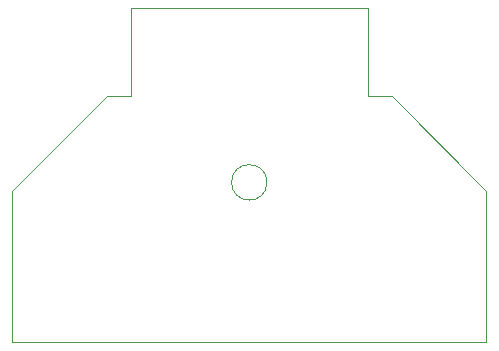
<source format=gbr>
G04 #@! TF.GenerationSoftware,KiCad,Pcbnew,(5.1.10-1-10_14)*
G04 #@! TF.CreationDate,2021-10-04T15:41:53-04:00*
G04 #@! TF.ProjectId,N64D2VGA,4e363444-3256-4474-912e-6b696361645f,1*
G04 #@! TF.SameCoordinates,Original*
G04 #@! TF.FileFunction,Profile,NP*
%FSLAX46Y46*%
G04 Gerber Fmt 4.6, Leading zero omitted, Abs format (unit mm)*
G04 Created by KiCad (PCBNEW (5.1.10-1-10_14)) date 2021-10-04 15:41:53*
%MOMM*%
%LPD*%
G01*
G04 APERTURE LIST*
G04 #@! TA.AperFunction,Profile*
%ADD10C,0.100000*%
G04 #@! TD*
G04 APERTURE END LIST*
D10*
X153000000Y-95930000D02*
X161010000Y-103940000D01*
X128900000Y-95930000D02*
X120890000Y-103940000D01*
X142440000Y-103210000D02*
G75*
G03*
X142440000Y-103210000I-1500000J0D01*
G01*
X130920000Y-88480000D02*
X130920000Y-95930000D01*
X128900000Y-95930000D02*
X130920000Y-95930000D01*
X120890000Y-103940000D02*
X120890000Y-116730000D01*
X120890000Y-116730000D02*
X161010000Y-116730000D01*
X161010000Y-103940000D02*
X161010000Y-116730000D01*
X150980000Y-95930000D02*
X153000000Y-95930000D01*
X150980000Y-88480000D02*
X150980000Y-95930000D01*
X130920000Y-88480000D02*
X150980000Y-88480000D01*
M02*

</source>
